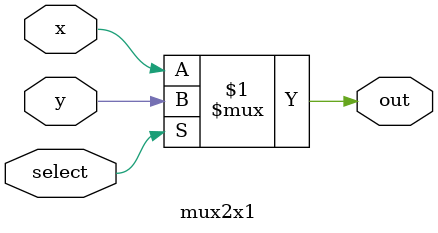
<source format=v>

module mux2x1 (input x, input y, input select, output out);

assign out = (select)?  y: x;

endmodule
</source>
